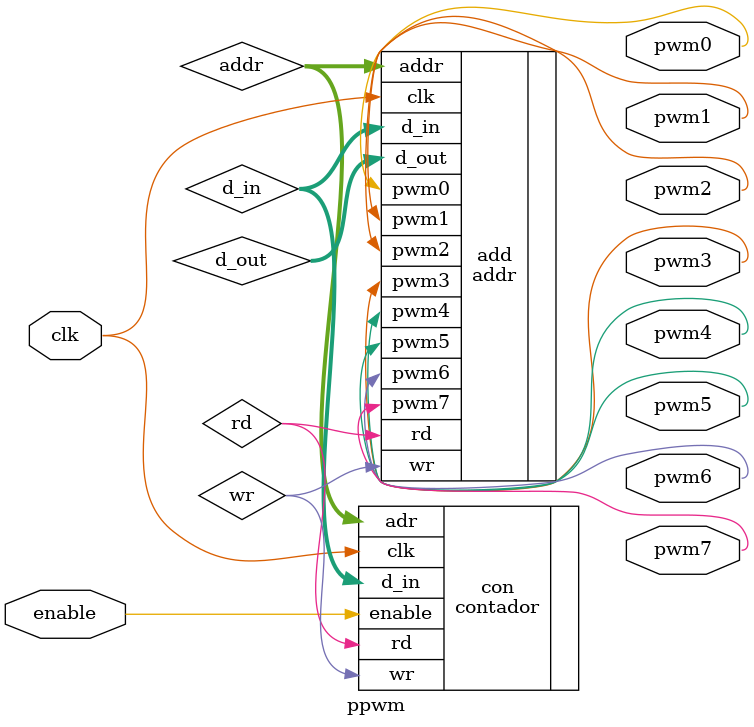
<source format=v>
module ppwm (input clk ,input enable, output pwm0,output pwm1,output pwm2 ,output pwm3 ,output pwm4,output pwm5,output pwm6,output pwm7);

wire [7:0] addr;
wire rd;
wire wr;
wire [31:0] d_out;
wire [31:0] d_in;


  
addr add(.clk(clk),.d_in(d_in),.addr(addr),.rd(rd),.wr(wr),.d_out(d_out),.pwm0(pwm0),.pwm1(pwm1),.pwm2(pwm2),.pwm3(pwm3),.pwm4(pwm4),.pwm5(pwm5),.pwm6(pwm6),.pwm7(pwm7));

contador con(.clk(clk),.enable(enable),.adr(addr),.wr(wr),.rd(rd),.d_in(d_in));


endmodule

</source>
